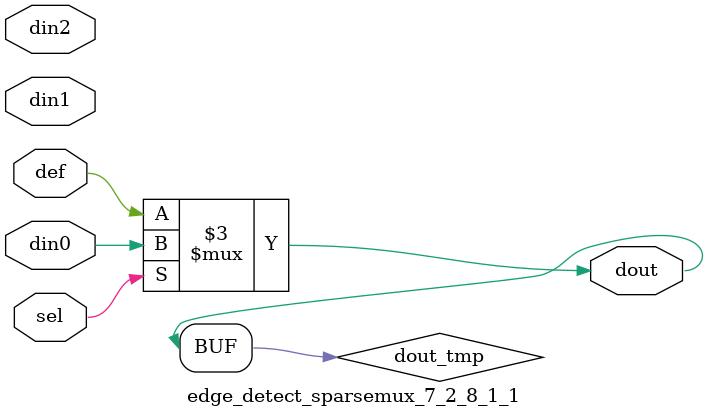
<source format=v>
`timescale 1ns / 1ps

module edge_detect_sparsemux_7_2_8_1_1 (din0,din1,din2,def,sel,dout);

parameter din0_WIDTH = 1;

parameter din1_WIDTH = 1;

parameter din2_WIDTH = 1;

parameter def_WIDTH = 1;
parameter sel_WIDTH = 1;
parameter dout_WIDTH = 1;

parameter [sel_WIDTH-1:0] CASE0 = 1;

parameter [sel_WIDTH-1:0] CASE1 = 1;

parameter [sel_WIDTH-1:0] CASE2 = 1;

parameter ID = 1;
parameter NUM_STAGE = 1;



input [din0_WIDTH-1:0] din0;

input [din1_WIDTH-1:0] din1;

input [din2_WIDTH-1:0] din2;

input [def_WIDTH-1:0] def;
input [sel_WIDTH-1:0] sel;

output [dout_WIDTH-1:0] dout;



reg [dout_WIDTH-1:0] dout_tmp;

always @ (*) begin
case (sel)
    
    CASE0 : dout_tmp = din0;
    
    CASE1 : dout_tmp = din1;
    
    CASE2 : dout_tmp = din2;
    
    default : dout_tmp = def;
endcase
end


assign dout = dout_tmp;



endmodule

</source>
